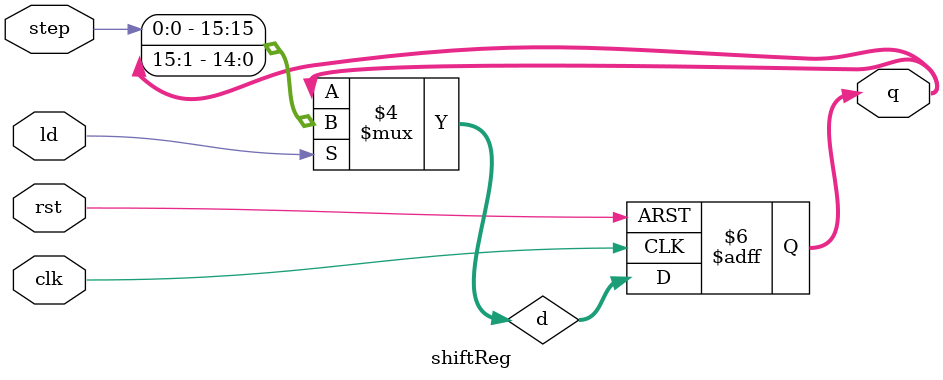
<source format=v>
`timescale 1ns / 1ps

// In submitting this file for class work at CSULB I am confirming  
// that this is my work product.  In the event other code sources are  
// utilized I will document that code identifying the author. In  
// submitting this work I acknowledge that plagiarism in student  
// project work is subject to dismissal from the class
//
//////////////////////////////////////////////////////////////////////////////////
module shiftReg(clk, rst, step, ld, q);

		input						clk, rst;
		input wire  			ld, step;
		output 		[15:0]   q;	
		reg			[15:0]	d;
		reg			[15:0]	q;

		
always @(posedge clk, posedge rst)
		if(rst)
			q <= 16'b0;
		else
			q <= d;

	always @(*)
		if(ld)
			d = {step, q[15:1]};
		else
			d = q; 
		
endmodule
</source>
